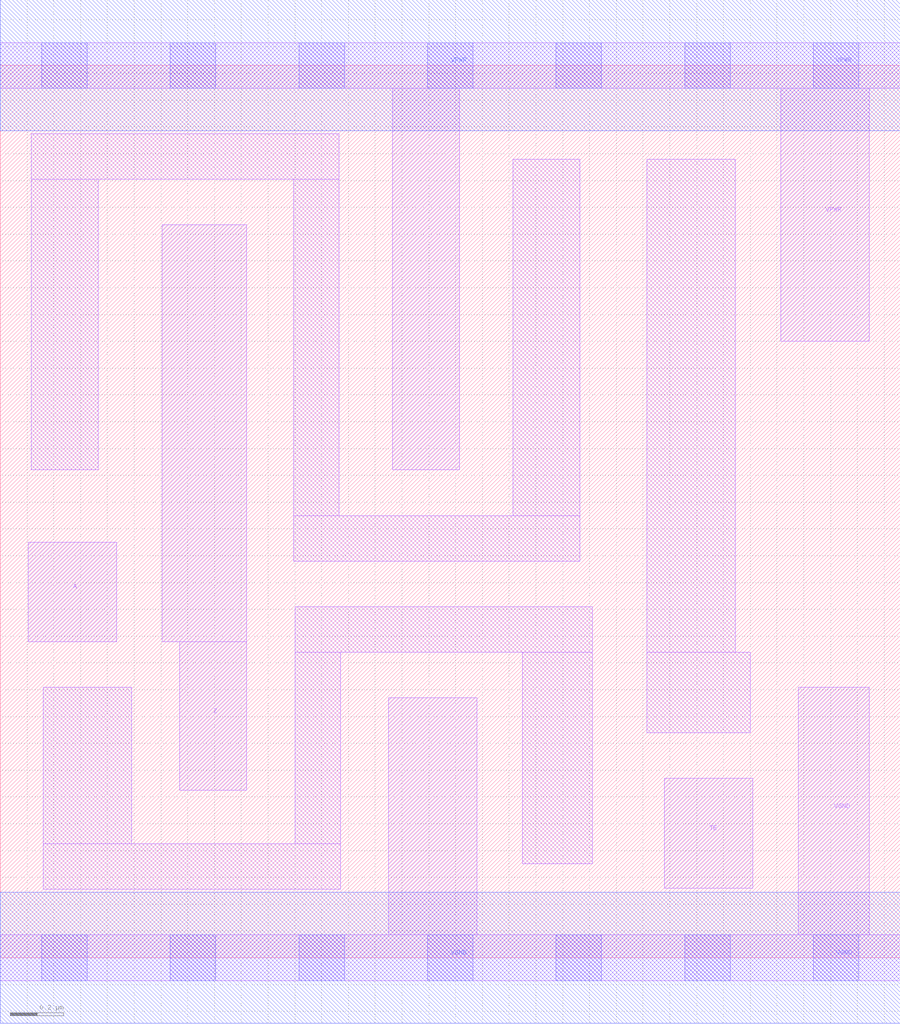
<source format=lef>
# Copyright 2020 The SkyWater PDK Authors
#
# Licensed under the Apache License, Version 2.0 (the "License");
# you may not use this file except in compliance with the License.
# You may obtain a copy of the License at
#
#     https://www.apache.org/licenses/LICENSE-2.0
#
# Unless required by applicable law or agreed to in writing, software
# distributed under the License is distributed on an "AS IS" BASIS,
# WITHOUT WARRANTIES OR CONDITIONS OF ANY KIND, either express or implied.
# See the License for the specific language governing permissions and
# limitations under the License.
#
# SPDX-License-Identifier: Apache-2.0

VERSION 5.7 ;
  NAMESCASESENSITIVE ON ;
  NOWIREEXTENSIONATPIN ON ;
  DIVIDERCHAR "/" ;
  BUSBITCHARS "[]" ;
UNITS
  DATABASE MICRONS 200 ;
END UNITS
MACRO sky130_fd_sc_hs__einvp_2
  CLASS CORE ;
  SOURCE USER ;
  FOREIGN sky130_fd_sc_hs__einvp_2 ;
  ORIGIN  0.000000  0.000000 ;
  SIZE  3.360000 BY  3.330000 ;
  SYMMETRY X Y ;
  SITE unit ;
  PIN A
    ANTENNAGATEAREA  0.558000 ;
    DIRECTION INPUT ;
    USE SIGNAL ;
    PORT
      LAYER li1 ;
        RECT 0.105000 1.180000 0.435000 1.550000 ;
    END
  END A
  PIN TE
    ANTENNAGATEAREA  0.381000 ;
    DIRECTION INPUT ;
    USE SIGNAL ;
    PORT
      LAYER li1 ;
        RECT 2.480000 0.260000 2.810000 0.670000 ;
    END
  END TE
  PIN Z
    ANTENNADIFFAREA  0.543200 ;
    DIRECTION OUTPUT ;
    USE SIGNAL ;
    PORT
      LAYER li1 ;
        RECT 0.605000 1.180000 0.920000 2.735000 ;
        RECT 0.670000 0.625000 0.920000 1.180000 ;
    END
  END Z
  PIN VGND
    DIRECTION INOUT ;
    USE GROUND ;
    PORT
      LAYER li1 ;
        RECT 0.000000 -0.085000 3.360000 0.085000 ;
        RECT 1.450000  0.085000 1.780000 0.970000 ;
        RECT 2.980000  0.085000 3.245000 1.010000 ;
      LAYER mcon ;
        RECT 0.155000 -0.085000 0.325000 0.085000 ;
        RECT 0.635000 -0.085000 0.805000 0.085000 ;
        RECT 1.115000 -0.085000 1.285000 0.085000 ;
        RECT 1.595000 -0.085000 1.765000 0.085000 ;
        RECT 2.075000 -0.085000 2.245000 0.085000 ;
        RECT 2.555000 -0.085000 2.725000 0.085000 ;
        RECT 3.035000 -0.085000 3.205000 0.085000 ;
      LAYER met1 ;
        RECT 0.000000 -0.245000 3.360000 0.245000 ;
    END
  END VGND
  PIN VPWR
    DIRECTION INOUT ;
    USE POWER ;
    PORT
      LAYER li1 ;
        RECT 0.000000 3.245000 3.360000 3.415000 ;
        RECT 1.465000 1.820000 1.715000 3.245000 ;
        RECT 2.915000 2.300000 3.245000 3.245000 ;
      LAYER mcon ;
        RECT 0.155000 3.245000 0.325000 3.415000 ;
        RECT 0.635000 3.245000 0.805000 3.415000 ;
        RECT 1.115000 3.245000 1.285000 3.415000 ;
        RECT 1.595000 3.245000 1.765000 3.415000 ;
        RECT 2.075000 3.245000 2.245000 3.415000 ;
        RECT 2.555000 3.245000 2.725000 3.415000 ;
        RECT 3.035000 3.245000 3.205000 3.415000 ;
      LAYER met1 ;
        RECT 0.000000 3.085000 3.360000 3.575000 ;
    END
  END VPWR
  OBS
    LAYER li1 ;
      RECT 0.115000 1.820000 0.365000 2.905000 ;
      RECT 0.115000 2.905000 1.265000 3.075000 ;
      RECT 0.160000 0.255000 1.270000 0.425000 ;
      RECT 0.160000 0.425000 0.490000 1.010000 ;
      RECT 1.095000 1.480000 2.165000 1.650000 ;
      RECT 1.095000 1.650000 1.265000 2.905000 ;
      RECT 1.100000 0.425000 1.270000 1.140000 ;
      RECT 1.100000 1.140000 2.210000 1.310000 ;
      RECT 1.915000 1.650000 2.165000 2.980000 ;
      RECT 1.950000 0.350000 2.210000 1.140000 ;
      RECT 2.415000 0.840000 2.800000 1.140000 ;
      RECT 2.415000 1.140000 2.745000 2.980000 ;
  END
END sky130_fd_sc_hs__einvp_2

</source>
